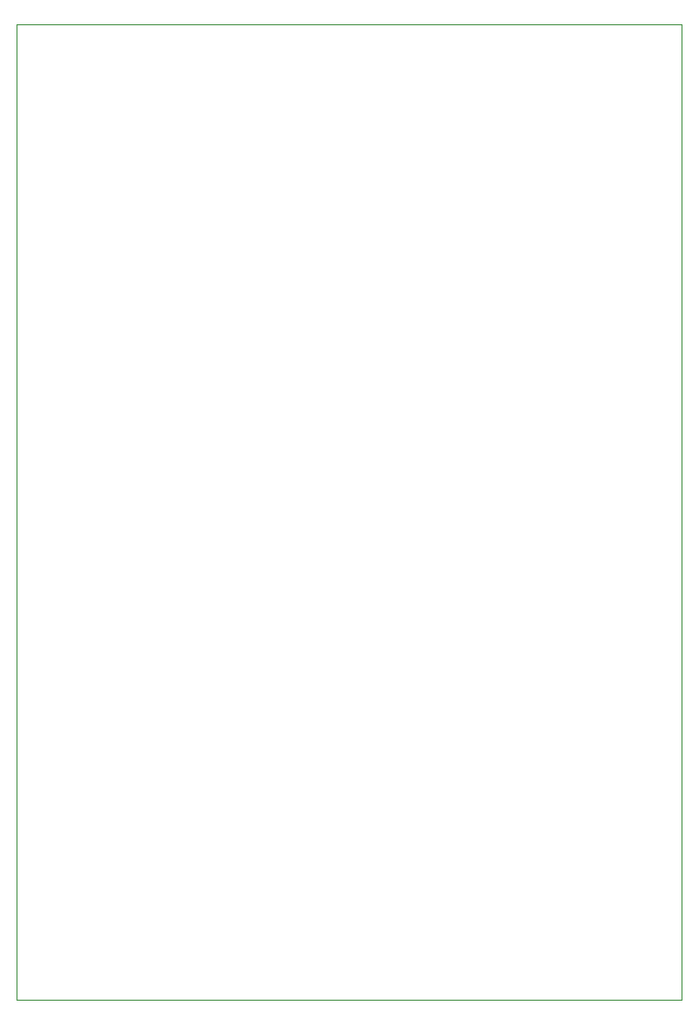
<source format=gbr>
%FSLAX34Y34*%
%MOMM*%
%LNOUTLINE*%
G71*
G01*
%ADD10C,0.002*%
%LPD*%
G54D10*
X0Y0D02*
X580000Y0D01*
X580000Y-850000D01*
X0Y-850000D01*
X0Y0D01*
M02*

</source>
